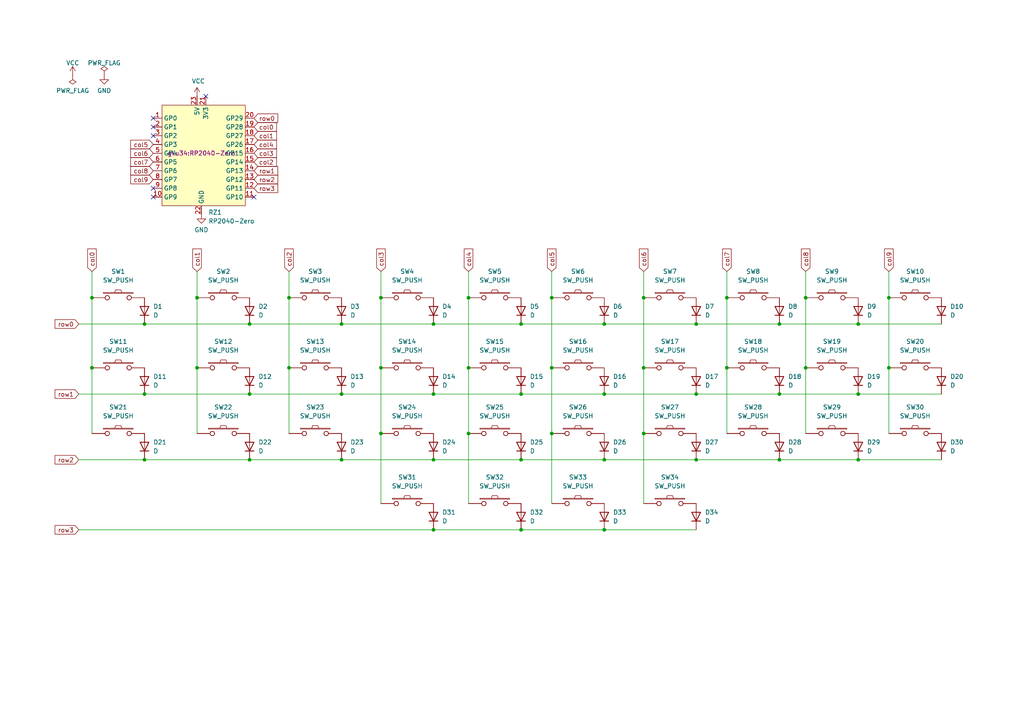
<source format=kicad_sch>
(kicad_sch (version 20211123) (generator eeschema)
  (paper "A4")
  (lib_symbols
    (symbol "Device:D" (pin_numbers hide) (pin_names (offset 1.016) hide)
      (property "Reference" "D" (at 0 2.54 0))
      (property "Value" "D" (at 0 -2.54 0))
      (symbol "D_0_1"
        (polyline (pts (xy -1.27 1.27) (xy -1.27 -1.27)) (stroke (width 0.254)))
        (polyline (pts (xy 1.27 0) (xy -1.27 0)))
        (polyline (pts (xy 1.27 1.27) (xy 1.27 -1.27) (xy -1.27 0) (xy 1.27 1.27)) (stroke (width 0.254)))
      )
      (symbol "D_1_1"
        (pin passive line (at -3.81 0 0) (length 2.54) (name "K") (number "1"))
        (pin passive line (at 3.81 0 180) (length 2.54) (name "A") (number "2"))
      )
    )
    (symbol "foostan_kbd:SW_PUSH" (pin_numbers hide) (pin_names (offset 1.016) hide)
      (property "Reference" "SW" (at 3.81 2.794 0))
      (property "Value" "SW_PUSH" (at 0 -2.032 0))
      (symbol "SW_PUSH_0_1"
        (rectangle (start -4.318 1.27) (end 4.318 1.524))
        (polyline (pts (xy -1.016 1.524) (xy -0.762 2.286) (xy 0.762 2.286) (xy 1.016 1.524)))
        (pin passive inverted (at -7.62 0 0) (length 5.08) (name "1") (number "1"))
        (pin passive inverted (at 7.62 0 180) (length 5.08) (name "2") (number "2"))
      )
    )
    (symbol "power:GND" (power) (pin_names (offset 0))
      (property "Value" "GND" (at 0 -3.81 0))
      (symbol "GND_0_1"
        (polyline (pts (xy 0 0) (xy 0 -1.27) (xy 1.27 -1.27) (xy 0 -2.54) (xy -1.27 -1.27) (xy 0 -1.27)))
      )
      (symbol "GND_1_1"
        (pin power_in line (at 0 0 270) (length 0) hide (name "GND") (number "1"))
      )
    )
    (symbol "power:PWR_FLAG" (power) (pin_numbers hide) (pin_names (offset 0) hide)
      (property "Value" "PWR_FLAG" (at 0 3.81 0))
      (symbol "PWR_FLAG_0_0"
        (pin power_out line (at 0 0 90) (length 0) (name "pwr") (number "1"))
      )
      (symbol "PWR_FLAG_0_1"
        (polyline (pts (xy 0 0) (xy 0 1.27) (xy -1.016 1.905) (xy 0 2.54) (xy 1.016 1.905) (xy 0 1.27)))
      )
    )
    (symbol "power:VCC" (power) (pin_names (offset 0))
      (property "Value" "VCC" (at 0 3.81 0))
      (symbol "VCC_0_1"
        (polyline (pts (xy -0.762 1.27) (xy 0 2.54)))
        (polyline (pts (xy 0 0) (xy 0 2.54)))
        (polyline (pts (xy 0 2.54) (xy 0.762 1.27)))
      )
      (symbol "VCC_1_1"
        (pin power_in line (at 0 0 90) (length 0) hide (name "VCC") (number "1"))
      )
    )
    (symbol "rp2040zero:RP2040-Zero"
      (property "Reference" "RZ" (at 0 0 0))
      (property "Value" "RP2040-Zero" (at 0 -2.54 0))
      (property "Footprint" "RP2040-Zero:RP2040-Zero" (at 0 0 0))
      (symbol "RP2040-Zero_0_1"
        (rectangle (start -11.43 -15.24) (end 12.7 13.97) (fill (type background)))
      )
      (symbol "RP2040-Zero_1_1"
        (pin bidirectional line (at -13.97 10.16 0) (length 2.54) (name "GP0") (number "1"))
        (pin bidirectional line (at -13.97 -12.7 0) (length 2.54) (name "GP9") (number "10"))
        (pin bidirectional line (at 15.24 -12.7 180) (length 2.54) (name "GP10") (number "11"))
        (pin bidirectional line (at 15.24 -10.16 180) (length 2.54) (name "GP11") (number "12"))
        (pin bidirectional line (at 15.24 -7.62 180) (length 2.54) (name "GP12") (number "13"))
        (pin bidirectional line (at 15.24 -5.08 180) (length 2.54) (name "GP13") (number "14"))
        (pin bidirectional line (at 15.24 -2.54 180) (length 2.54) (name "GP14") (number "15"))
        (pin bidirectional line (at 15.24 0 180) (length 2.54) (name "GP15") (number "16"))
        (pin bidirectional line (at 15.24 2.54 180) (length 2.54) (name "GP26") (number "17"))
        (pin bidirectional line (at 15.24 5.08 180) (length 2.54) (name "GP27") (number "18"))
        (pin bidirectional line (at 15.24 7.62 180) (length 2.54) (name "GP28") (number "19"))
        (pin bidirectional line (at -13.97 7.62 0) (length 2.54) (name "GP1") (number "2"))
        (pin bidirectional line (at 15.24 10.16 180) (length 2.54) (name "GP29") (number "20"))
        (pin power_in line (at 1.27 16.51 270) (length 2.54) (name "3V3") (number "21"))
        (pin power_in line (at 0 -17.78 90) (length 2.54) (name "GND") (number "22"))
        (pin power_in line (at -1.27 16.51 270) (length 2.54) (name "5V") (number "23"))
        (pin bidirectional line (at -13.97 5.08 0) (length 2.54) (name "GP2") (number "3"))
        (pin bidirectional line (at -13.97 2.54 0) (length 2.54) (name "GP3") (number "4"))
        (pin bidirectional line (at -13.97 0 0) (length 2.54) (name "GP4") (number "5"))
        (pin bidirectional line (at -13.97 -2.54 0) (length 2.54) (name "GP5") (number "6"))
        (pin bidirectional line (at -13.97 -5.08 0) (length 2.54) (name "GP6") (number "7"))
        (pin bidirectional line (at -13.97 -7.62 0) (length 2.54) (name "GP7") (number "8"))
        (pin bidirectional line (at -13.97 -10.16 0) (length 2.54) (name "GP8") (number "9"))
      )
    )
  )
  (junction (at 201.93 93.98))
  (junction (at 99.06 133.35))
  (junction (at 41.91 133.35))
  (junction (at 175.26 93.98))
  (junction (at 201.93 114.3))
  (junction (at 186.69 86.36))
  (junction (at 226.06 93.98))
  (junction (at 72.39 133.35))
  (junction (at 135.89 86.36))
  (junction (at 99.06 93.98))
  (junction (at 26.67 86.36))
  (junction (at 210.82 86.36))
  (junction (at 160.02 106.68))
  (junction (at 151.13 153.67))
  (junction (at 257.81 86.36))
  (junction (at 175.26 153.67))
  (junction (at 186.69 125.73))
  (junction (at 226.06 133.35))
  (junction (at 160.02 86.36))
  (junction (at 41.91 114.3))
  (junction (at 72.39 114.3))
  (junction (at 57.15 86.36))
  (junction (at 83.82 106.68))
  (junction (at 175.26 133.35))
  (junction (at 210.82 106.68))
  (junction (at 151.13 93.98))
  (junction (at 125.73 114.3))
  (junction (at 99.06 114.3))
  (junction (at 41.91 93.98))
  (junction (at 57.15 106.68))
  (junction (at 125.73 133.35))
  (junction (at 83.82 86.36))
  (junction (at 175.26 114.3))
  (junction (at 233.68 86.36))
  (junction (at 186.69 106.68))
  (junction (at 201.93 133.35))
  (junction (at 151.13 133.35))
  (junction (at 151.13 114.3))
  (junction (at 125.73 153.67))
  (junction (at 248.92 93.98))
  (junction (at 110.49 86.36))
  (junction (at 72.39 93.98))
  (junction (at 257.81 106.68))
  (junction (at 125.73 93.98))
  (junction (at 160.02 125.73))
  (junction (at 135.89 125.73))
  (junction (at 26.67 106.68))
  (junction (at 248.92 133.35))
  (junction (at 226.06 114.3))
  (junction (at 135.89 106.68))
  (junction (at 233.68 106.68))
  (junction (at 110.49 125.73))
  (junction (at 248.92 114.3))
  (junction (at 110.49 106.68))
  (no_connect (at 44.45 39.37))
  (no_connect (at 44.45 36.83))
  (no_connect (at 44.45 34.29))
  (no_connect (at 44.45 54.61))
  (no_connect (at 59.69 27.94))
  (no_connect (at 73.66 57.15))
  (no_connect (at 44.45 57.15))
  (wire (pts (xy 186.69 106.68) (xy 186.69 125.73)))
  (wire (pts (xy 57.15 106.68) (xy 57.15 125.73)))
  (wire (pts (xy 72.39 114.3) (xy 99.06 114.3)))
  (wire (pts (xy 226.06 133.35) (xy 248.92 133.35)))
  (wire (pts (xy 248.92 133.35) (xy 273.05 133.35)))
  (wire (pts (xy 125.73 133.35) (xy 151.13 133.35)))
  (wire (pts (xy 22.86 133.35) (xy 41.91 133.35)))
  (wire (pts (xy 26.67 86.36) (xy 26.67 106.68)))
  (wire (pts (xy 125.73 153.67) (xy 151.13 153.67)))
  (wire (pts (xy 22.86 93.98) (xy 41.91 93.98)))
  (wire (pts (xy 248.92 93.98) (xy 273.05 93.98)))
  (wire (pts (xy 175.26 133.35) (xy 201.93 133.35)))
  (wire (pts (xy 175.26 153.67) (xy 201.93 153.67)))
  (wire (pts (xy 226.06 114.3) (xy 248.92 114.3)))
  (wire (pts (xy 210.82 106.68) (xy 210.82 125.73)))
  (wire (pts (xy 99.06 114.3) (xy 125.73 114.3)))
  (wire (pts (xy 201.93 114.3) (xy 226.06 114.3)))
  (wire (pts (xy 26.67 78.74) (xy 26.67 86.36)))
  (wire (pts (xy 210.82 78.74) (xy 210.82 86.36)))
  (wire (pts (xy 72.39 133.35) (xy 99.06 133.35)))
  (wire (pts (xy 22.86 114.3) (xy 41.91 114.3)))
  (wire (pts (xy 201.93 133.35) (xy 226.06 133.35)))
  (wire (pts (xy 186.69 125.73) (xy 186.69 146.05)))
  (wire (pts (xy 151.13 114.3) (xy 175.26 114.3)))
  (wire (pts (xy 22.86 153.67) (xy 125.73 153.67)))
  (wire (pts (xy 175.26 114.3) (xy 201.93 114.3)))
  (wire (pts (xy 226.06 93.98) (xy 248.92 93.98)))
  (wire (pts (xy 110.49 86.36) (xy 110.49 106.68)))
  (wire (pts (xy 233.68 106.68) (xy 233.68 125.73)))
  (wire (pts (xy 151.13 153.67) (xy 175.26 153.67)))
  (wire (pts (xy 72.39 93.98) (xy 99.06 93.98)))
  (wire (pts (xy 160.02 78.74) (xy 160.02 86.36)))
  (wire (pts (xy 135.89 125.73) (xy 135.89 146.05)))
  (wire (pts (xy 135.89 86.36) (xy 135.89 106.68)))
  (wire (pts (xy 151.13 93.98) (xy 175.26 93.98)))
  (wire (pts (xy 57.15 86.36) (xy 57.15 106.68)))
  (wire (pts (xy 160.02 106.68) (xy 160.02 125.73)))
  (wire (pts (xy 110.49 78.74) (xy 110.49 86.36)))
  (wire (pts (xy 257.81 78.74) (xy 257.81 86.36)))
  (wire (pts (xy 110.49 106.68) (xy 110.49 125.73)))
  (wire (pts (xy 257.81 106.68) (xy 257.81 125.73)))
  (wire (pts (xy 233.68 86.36) (xy 233.68 106.68)))
  (wire (pts (xy 99.06 93.98) (xy 125.73 93.98)))
  (wire (pts (xy 41.91 133.35) (xy 72.39 133.35)))
  (wire (pts (xy 125.73 114.3) (xy 151.13 114.3)))
  (wire (pts (xy 186.69 78.74) (xy 186.69 86.36)))
  (wire (pts (xy 83.82 106.68) (xy 83.82 125.73)))
  (wire (pts (xy 257.81 86.36) (xy 257.81 106.68)))
  (wire (pts (xy 175.26 93.98) (xy 201.93 93.98)))
  (wire (pts (xy 41.91 93.98) (xy 72.39 93.98)))
  (wire (pts (xy 201.93 93.98) (xy 226.06 93.98)))
  (wire (pts (xy 233.68 78.74) (xy 233.68 86.36)))
  (wire (pts (xy 41.91 114.3) (xy 72.39 114.3)))
  (wire (pts (xy 160.02 125.73) (xy 160.02 146.05)))
  (wire (pts (xy 83.82 86.36) (xy 83.82 106.68)))
  (wire (pts (xy 186.69 86.36) (xy 186.69 106.68)))
  (wire (pts (xy 99.06 133.35) (xy 125.73 133.35)))
  (wire (pts (xy 135.89 78.74) (xy 135.89 86.36)))
  (wire (pts (xy 160.02 86.36) (xy 160.02 106.68)))
  (wire (pts (xy 110.49 125.73) (xy 110.49 146.05)))
  (wire (pts (xy 210.82 86.36) (xy 210.82 106.68)))
  (wire (pts (xy 83.82 78.74) (xy 83.82 86.36)))
  (wire (pts (xy 151.13 133.35) (xy 175.26 133.35)))
  (wire (pts (xy 57.15 78.74) (xy 57.15 86.36)))
  (wire (pts (xy 135.89 106.68) (xy 135.89 125.73)))
  (wire (pts (xy 26.67 106.68) (xy 26.67 125.73)))
  (wire (pts (xy 248.92 114.3) (xy 273.05 114.3)))
  (wire (pts (xy 125.73 93.98) (xy 151.13 93.98)))
  (global_label "col1" (shape input) (at 57.15 78.74 90) (property "シート間のリファレンス" "${INTERSHEET_REFS}" (effects hide)))
  (global_label "col5" (shape input) (at 44.45 41.91 180) (property "シート間のリファレンス" "${INTERSHEET_REFS}" (effects hide)))
  (global_label "col6" (shape input) (at 186.69 78.74 90) (property "シート間のリファレンス" "${INTERSHEET_REFS}" (effects hide)))
  (global_label "col3" (shape input) (at 73.66 44.45 0) (property "シート間のリファレンス" "${INTERSHEET_REFS}" (effects hide)))
  (global_label "row3" (shape input) (at 73.66 54.61 0) (property "シート間のリファレンス" "${INTERSHEET_REFS}" (effects hide)))
  (global_label "row3" (shape input) (at 22.86 153.67 180) (property "シート間のリファレンス" "${INTERSHEET_REFS}" (effects hide)))
  (global_label "row2" (shape input) (at 73.66 52.07 0) (property "シート間のリファレンス" "${INTERSHEET_REFS}" (effects hide)))
  (global_label "col2" (shape input) (at 83.82 78.74 90) (property "シート間のリファレンス" "${INTERSHEET_REFS}" (effects hide)))
  (global_label "col0" (shape input) (at 26.67 78.74 90) (property "シート間のリファレンス" "${INTERSHEET_REFS}" (effects hide)))
  (global_label "col9" (shape input) (at 257.81 78.74 90) (property "シート間のリファレンス" "${INTERSHEET_REFS}" (effects hide)))
  (global_label "col2" (shape input) (at 73.66 46.99 0) (property "シート間のリファレンス" "${INTERSHEET_REFS}" (effects hide)))
  (global_label "col7" (shape input) (at 210.82 78.74 90) (property "シート間のリファレンス" "${INTERSHEET_REFS}" (effects hide)))
  (global_label "row0" (shape input) (at 73.66 34.29 0) (property "シート間のリファレンス" "${INTERSHEET_REFS}" (effects hide)))
  (global_label "col8" (shape input) (at 233.68 78.74 90) (property "シート間のリファレンス" "${INTERSHEET_REFS}" (effects hide)))
  (global_label "col3" (shape input) (at 110.49 78.74 90) (property "シート間のリファレンス" "${INTERSHEET_REFS}" (effects hide)))
  (global_label "col4" (shape input) (at 73.66 41.91 0) (property "シート間のリファレンス" "${INTERSHEET_REFS}" (effects hide)))
  (global_label "col6" (shape input) (at 44.45 44.45 180) (property "シート間のリファレンス" "${INTERSHEET_REFS}" (effects hide)))
  (global_label "col5" (shape input) (at 160.02 78.74 90) (property "シート間のリファレンス" "${INTERSHEET_REFS}" (effects hide)))
  (global_label "col8" (shape input) (at 44.45 49.53 180) (property "シート間のリファレンス" "${INTERSHEET_REFS}" (effects hide)))
  (global_label "row2" (shape input) (at 22.86 133.35 180) (property "シート間のリファレンス" "${INTERSHEET_REFS}" (effects hide)))
  (global_label "row1" (shape input) (at 73.66 49.53 0) (property "シート間のリファレンス" "${INTERSHEET_REFS}" (effects hide)))
  (global_label "col4" (shape input) (at 135.89 78.74 90) (property "シート間のリファレンス" "${INTERSHEET_REFS}" (effects hide)))
  (global_label "col9" (shape input) (at 44.45 52.07 180) (property "シート間のリファレンス" "${INTERSHEET_REFS}" (effects hide)))
  (global_label "col7" (shape input) (at 44.45 46.99 180) (property "シート間のリファレンス" "${INTERSHEET_REFS}" (effects hide)))
  (global_label "row0" (shape input) (at 22.86 93.98 180) (property "シート間のリファレンス" "${INTERSHEET_REFS}" (effects hide)))
  (global_label "col1" (shape input) (at 73.66 39.37 0) (property "シート間のリファレンス" "${INTERSHEET_REFS}" (effects hide)))
  (global_label "row1" (shape input) (at 22.86 114.3 180) (property "シート間のリファレンス" "${INTERSHEET_REFS}" (effects hide)))
  (global_label "col0" (shape input) (at 73.66 36.83 0) (property "シート間のリファレンス" "${INTERSHEET_REFS}" (effects hide)))
  (symbol (lib_id "foostan_kbd:SW_PUSH") (at 241.3 106.68 0) (unit 1)
    (property "Reference" "SW19" (at 241.3 99.06 0))
    (property "Value" "SW_PUSH" (at 241.3 101.6 0))
    (property "Footprint" "gku34:SW_Choc" (effects hide))
  )
  (symbol (lib_id "foostan_kbd:SW_PUSH") (at 34.29 125.73 0) (unit 1)
    (property "Reference" "SW21" (at 34.29 118.11 0))
    (property "Value" "SW_PUSH" (at 34.29 120.65 0))
    (property "Footprint" "gku34:SW_Choc" (effects hide))
  )
  (symbol (lib_id "foostan_kbd:SW_PUSH") (at 194.31 125.73 0) (unit 1)
    (property "Reference" "SW27" (at 194.31 118.11 0))
    (property "Value" "SW_PUSH" (at 194.31 120.65 0))
    (property "Footprint" "gku34:SW_Choc" (effects hide))
  )
  (symbol (lib_id "foostan_kbd:SW_PUSH") (at 194.31 86.36 0) (unit 1)
    (property "Reference" "SW7" (at 194.31 78.74 0))
    (property "Value" "SW_PUSH" (at 194.31 81.28 0))
    (property "Footprint" "gku34:SW_Choc" (effects hide))
  )
  (symbol (lib_id "foostan_kbd:SW_PUSH") (at 64.77 86.36 0) (unit 1)
    (property "Reference" "SW2" (at 64.77 78.74 0))
    (property "Value" "SW_PUSH" (at 64.77 81.28 0))
    (property "Footprint" "gku34:SW_Choc" (effects hide))
  )
  (symbol (lib_id "foostan_kbd:SW_PUSH") (at 143.51 146.05 0) (unit 1)
    (property "Reference" "SW32" (at 143.51 138.43 0))
    (property "Value" "SW_PUSH" (at 143.51 140.97 0))
    (property "Footprint" "gku34:SW_Choc" (effects hide))
  )
  (symbol (lib_id "foostan_kbd:SW_PUSH") (at 167.64 106.68 0) (unit 1)
    (property "Reference" "SW16" (at 167.64 99.06 0))
    (property "Value" "SW_PUSH" (at 167.64 101.6 0))
    (property "Footprint" "gku34:SW_Choc" (effects hide))
  )
  (symbol (lib_id "Device:D") (at 226.06 129.54 90) (unit 1)
    (property "Reference" "D28" (at 228.6 128.2699 90) (effects (justify right)))
    (property "Value" "D" (at 228.6 130.8099 90) (effects (justify right)))
    (property "Footprint" "gku34:Diode_SMD" (effects hide))
  )
  (symbol (lib_id "power:VCC") (at 21.082 21.844 0) (unit 1)
    (property "Reference" "#PWR0103" (effects hide))
    (property "Value" "VCC" (at 21.082 18.2682 0))
  )
  (symbol (lib_id "Device:D") (at 125.73 149.86 90) (unit 1)
    (property "Reference" "D31" (at 128.27 148.5899 90) (effects (justify right)))
    (property "Value" "D" (at 128.27 151.1299 90) (effects (justify right)))
    (property "Footprint" "gku34:Diode_SMD" (effects hide))
  )
  (symbol (lib_id "Device:D") (at 41.91 129.54 90) (unit 1)
    (property "Reference" "D21" (at 44.45 128.2699 90) (effects (justify right)))
    (property "Value" "D" (at 44.45 130.8099 90) (effects (justify right)))
    (property "Footprint" "gku34:Diode_SMD" (effects hide))
  )
  (symbol (lib_id "foostan_kbd:SW_PUSH") (at 91.44 125.73 0) (unit 1)
    (property "Reference" "SW23" (at 91.44 118.11 0))
    (property "Value" "SW_PUSH" (at 91.44 120.65 0))
    (property "Footprint" "gku34:SW_Choc" (effects hide))
  )
  (symbol (lib_id "foostan_kbd:SW_PUSH") (at 64.77 125.73 0) (unit 1)
    (property "Reference" "SW22" (at 64.77 118.11 0))
    (property "Value" "SW_PUSH" (at 64.77 120.65 0))
    (property "Footprint" "gku34:SW_Choc" (effects hide))
  )
  (symbol (lib_id "Device:D") (at 151.13 129.54 90) (unit 1)
    (property "Reference" "D25" (at 153.67 128.2699 90) (effects (justify right)))
    (property "Value" "D" (at 153.67 130.8099 90) (effects (justify right)))
    (property "Footprint" "gku34:Diode_SMD" (effects hide))
  )
  (symbol (lib_id "foostan_kbd:SW_PUSH") (at 241.3 86.36 0) (unit 1)
    (property "Reference" "SW9" (at 241.3 78.74 0))
    (property "Value" "SW_PUSH" (at 241.3 81.28 0))
    (property "Footprint" "gku34:SW_Choc" (effects hide))
  )
  (symbol (lib_id "foostan_kbd:SW_PUSH") (at 241.3 125.73 0) (unit 1)
    (property "Reference" "SW29" (at 241.3 118.11 0))
    (property "Value" "SW_PUSH" (at 241.3 120.65 0))
    (property "Footprint" "gku34:SW_Choc" (effects hide))
  )
  (symbol (lib_id "foostan_kbd:SW_PUSH") (at 265.43 125.73 0) (unit 1)
    (property "Reference" "SW30" (at 265.43 118.11 0))
    (property "Value" "SW_PUSH" (at 265.43 120.65 0))
    (property "Footprint" "gku34:SW_Choc" (effects hide))
  )
  (symbol (lib_id "power:GND") (at 58.42 62.23 0) (unit 1)
    (property "Reference" "#PWR0102" (effects hide))
    (property "Value" "GND" (at 58.42 66.6734 0))
  )
  (symbol (lib_id "Device:D") (at 99.06 90.17 90) (unit 1)
    (property "Reference" "D3" (at 101.6 88.8999 90) (effects (justify right)))
    (property "Value" "D" (at 101.6 91.4399 90) (effects (justify right)))
    (property "Footprint" "gku34:Diode_SMD" (effects hide))
  )
  (symbol (lib_id "foostan_kbd:SW_PUSH") (at 118.11 125.73 0) (unit 1)
    (property "Reference" "SW24" (at 118.11 118.11 0))
    (property "Value" "SW_PUSH" (at 118.11 120.65 0))
    (property "Footprint" "gku34:SW_Choc" (effects hide))
  )
  (symbol (lib_id "foostan_kbd:SW_PUSH") (at 265.43 86.36 0) (unit 1)
    (property "Reference" "SW10" (at 265.43 78.74 0))
    (property "Value" "SW_PUSH" (at 265.43 81.28 0))
    (property "Footprint" "gku34:SW_Choc" (effects hide))
  )
  (symbol (lib_id "Device:D") (at 226.06 110.49 90) (unit 1)
    (property "Reference" "D18" (at 228.6 109.2199 90) (effects (justify right)))
    (property "Value" "D" (at 228.6 111.7599 90) (effects (justify right)))
    (property "Footprint" "gku34:Diode_SMD" (effects hide))
  )
  (symbol (lib_id "rp2040zero:RP2040-Zero") (at 58.42 44.45 0) (unit 1)
    (property "Reference" "RZ1" (at 60.4394 61.595 0) (effects (justify left)))
    (property "Value" "RP2040-Zero" (at 60.4394 64.135 0) (effects (justify left)))
    (property "Footprint" "gku34:RP2040-Zero" (at 58.42 44.45 0))
  )
  (symbol (lib_id "power:VCC") (at 57.15 27.94 0) (unit 1)
    (property "Reference" "#PWR03" (effects hide))
    (property "Value" "VCC" (at 57.531 23.5458 0))
  )
  (symbol (lib_id "foostan_kbd:SW_PUSH") (at 118.11 146.05 0) (unit 1)
    (property "Reference" "SW31" (at 118.11 138.43 0))
    (property "Value" "SW_PUSH" (at 118.11 140.97 0))
    (property "Footprint" "gku34:SW_Choc" (effects hide))
  )
  (symbol (lib_id "foostan_kbd:SW_PUSH") (at 91.44 86.36 0) (unit 1)
    (property "Reference" "SW3" (at 91.44 78.74 0))
    (property "Value" "SW_PUSH" (at 91.44 81.28 0))
    (property "Footprint" "gku34:SW_Choc" (effects hide))
  )
  (symbol (lib_id "power:PWR_FLAG") (at 21.082 21.844 180) (unit 1)
    (property "Reference" "#FLG0101" (effects hide))
    (property "Value" "PWR_FLAG" (at 21.082 26.2874 0))
  )
  (symbol (lib_id "foostan_kbd:SW_PUSH") (at 34.29 86.36 0) (unit 1)
    (property "Reference" "SW1" (at 34.29 78.74 0))
    (property "Value" "SW_PUSH" (at 34.29 81.28 0))
    (property "Footprint" "gku34:SW_Choc" (effects hide))
  )
  (symbol (lib_id "Device:D") (at 248.92 129.54 90) (unit 1)
    (property "Reference" "D29" (at 251.46 128.2699 90) (effects (justify right)))
    (property "Value" "D" (at 251.46 130.8099 90) (effects (justify right)))
    (property "Footprint" "gku34:Diode_SMD" (effects hide))
  )
  (symbol (lib_id "Device:D") (at 99.06 110.49 90) (unit 1)
    (property "Reference" "D13" (at 101.6 109.2199 90) (effects (justify right)))
    (property "Value" "D" (at 101.6 111.7599 90) (effects (justify right)))
    (property "Footprint" "gku34:Diode_SMD" (effects hide))
  )
  (symbol (lib_id "Device:D") (at 201.93 90.17 90) (unit 1)
    (property "Reference" "D7" (at 204.47 88.8999 90) (effects (justify right)))
    (property "Value" "D" (at 204.47 91.4399 90) (effects (justify right)))
    (property "Footprint" "gku34:Diode_SMD" (effects hide))
  )
  (symbol (lib_id "Device:D") (at 273.05 90.17 90) (unit 1)
    (property "Reference" "D10" (at 275.59 88.8999 90) (effects (justify right)))
    (property "Value" "D" (at 275.59 91.4399 90) (effects (justify right)))
    (property "Footprint" "gku34:Diode_SMD" (effects hide))
  )
  (symbol (lib_id "Device:D") (at 248.92 110.49 90) (unit 1)
    (property "Reference" "D19" (at 251.46 109.2199 90) (effects (justify right)))
    (property "Value" "D" (at 251.46 111.7599 90) (effects (justify right)))
    (property "Footprint" "gku34:Diode_SMD" (effects hide))
  )
  (symbol (lib_id "foostan_kbd:SW_PUSH") (at 167.64 146.05 0) (unit 1)
    (property "Reference" "SW33" (at 167.64 138.43 0))
    (property "Value" "SW_PUSH" (at 167.64 140.97 0))
    (property "Footprint" "gku34:SW_Choc" (effects hide))
  )
  (symbol (lib_id "Device:D") (at 151.13 110.49 90) (unit 1)
    (property "Reference" "D15" (at 153.67 109.2199 90) (effects (justify right)))
    (property "Value" "D" (at 153.67 111.7599 90) (effects (justify right)))
    (property "Footprint" "gku34:Diode_SMD" (effects hide))
  )
  (symbol (lib_id "Device:D") (at 175.26 110.49 90) (unit 1)
    (property "Reference" "D16" (at 177.8 109.2199 90) (effects (justify right)))
    (property "Value" "D" (at 177.8 111.7599 90) (effects (justify right)))
    (property "Footprint" "gku34:Diode_SMD" (effects hide))
  )
  (symbol (lib_id "Device:D") (at 151.13 90.17 90) (unit 1)
    (property "Reference" "D5" (at 153.67 88.8999 90) (effects (justify right)))
    (property "Value" "D" (at 153.67 91.4399 90) (effects (justify right)))
    (property "Footprint" "gku34:Diode_SMD" (effects hide))
  )
  (symbol (lib_id "power:GND") (at 30.226 21.844 0) (unit 1)
    (property "Reference" "#PWR0101" (effects hide))
    (property "Value" "GND" (at 30.226 26.2874 0))
  )
  (symbol (lib_id "Device:D") (at 226.06 90.17 90) (unit 1)
    (property "Reference" "D8" (at 228.6 88.8999 90) (effects (justify right)))
    (property "Value" "D" (at 228.6 91.4399 90) (effects (justify right)))
    (property "Footprint" "gku34:Diode_SMD" (effects hide))
  )
  (symbol (lib_id "Device:D") (at 201.93 110.49 90) (unit 1)
    (property "Reference" "D17" (at 204.47 109.2199 90) (effects (justify right)))
    (property "Value" "D" (at 204.47 111.7599 90) (effects (justify right)))
    (property "Footprint" "gku34:Diode_SMD" (effects hide))
  )
  (symbol (lib_id "foostan_kbd:SW_PUSH") (at 194.31 106.68 0) (unit 1)
    (property "Reference" "SW17" (at 194.31 99.06 0))
    (property "Value" "SW_PUSH" (at 194.31 101.6 0))
    (property "Footprint" "gku34:SW_Choc" (effects hide))
  )
  (symbol (lib_id "Device:D") (at 125.73 90.17 90) (unit 1)
    (property "Reference" "D4" (at 128.27 88.8999 90) (effects (justify right)))
    (property "Value" "D" (at 128.27 91.4399 90) (effects (justify right)))
    (property "Footprint" "gku34:Diode_SMD" (effects hide))
  )
  (symbol (lib_id "Device:D") (at 72.39 110.49 90) (unit 1)
    (property "Reference" "D12" (at 74.93 109.2199 90) (effects (justify right)))
    (property "Value" "D" (at 74.93 111.7599 90) (effects (justify right)))
    (property "Footprint" "gku34:Diode_SMD" (effects hide))
  )
  (symbol (lib_id "foostan_kbd:SW_PUSH") (at 265.43 106.68 0) (unit 1)
    (property "Reference" "SW20" (at 265.43 99.06 0))
    (property "Value" "SW_PUSH" (at 265.43 101.6 0))
    (property "Footprint" "gku34:SW_Choc" (effects hide))
  )
  (symbol (lib_id "Device:D") (at 201.93 149.86 90) (unit 1)
    (property "Reference" "D34" (at 204.47 148.5899 90) (effects (justify right)))
    (property "Value" "D" (at 204.47 151.1299 90) (effects (justify right)))
    (property "Footprint" "gku34:Diode_SMD" (effects hide))
  )
  (symbol (lib_id "Device:D") (at 41.91 110.49 90) (unit 1)
    (property "Reference" "D11" (at 44.45 109.2199 90) (effects (justify right)))
    (property "Value" "D" (at 44.45 111.7599 90) (effects (justify right)))
    (property "Footprint" "gku34:Diode_SMD" (effects hide))
  )
  (symbol (lib_id "foostan_kbd:SW_PUSH") (at 194.31 146.05 0) (unit 1)
    (property "Reference" "SW34" (at 194.31 138.43 0))
    (property "Value" "SW_PUSH" (at 194.31 140.97 0))
    (property "Footprint" "gku34:SW_Choc" (effects hide))
  )
  (symbol (lib_id "foostan_kbd:SW_PUSH") (at 64.77 106.68 0) (unit 1)
    (property "Reference" "SW12" (at 64.77 99.06 0))
    (property "Value" "SW_PUSH" (at 64.77 101.6 0))
    (property "Footprint" "gku34:SW_Choc" (effects hide))
  )
  (symbol (lib_id "power:PWR_FLAG") (at 30.226 21.844 0) (unit 1)
    (property "Reference" "#FLG0102" (effects hide))
    (property "Value" "PWR_FLAG" (at 30.226 18.2682 0))
  )
  (symbol (lib_id "Device:D") (at 41.91 90.17 90) (unit 1)
    (property "Reference" "D1" (at 44.45 88.8999 90) (effects (justify right)))
    (property "Value" "D" (at 44.45 91.4399 90) (effects (justify right)))
    (property "Footprint" "gku34:Diode_SMD" (effects hide))
  )
  (symbol (lib_id "Device:D") (at 273.05 129.54 90) (unit 1)
    (property "Reference" "D30" (at 275.59 128.2699 90) (effects (justify right)))
    (property "Value" "D" (at 275.59 130.8099 90) (effects (justify right)))
    (property "Footprint" "gku34:Diode_SMD" (effects hide))
  )
  (symbol (lib_id "Device:D") (at 72.39 90.17 90) (unit 1)
    (property "Reference" "D2" (at 74.93 88.8999 90) (effects (justify right)))
    (property "Value" "D" (at 74.93 91.4399 90) (effects (justify right)))
    (property "Footprint" "gku34:Diode_SMD" (effects hide))
  )
  (symbol (lib_id "foostan_kbd:SW_PUSH") (at 218.44 86.36 0) (unit 1)
    (property "Reference" "SW8" (at 218.44 78.74 0))
    (property "Value" "SW_PUSH" (at 218.44 81.28 0))
    (property "Footprint" "gku34:SW_Choc" (effects hide))
  )
  (symbol (lib_id "foostan_kbd:SW_PUSH") (at 143.51 86.36 0) (unit 1)
    (property "Reference" "SW5" (at 143.51 78.74 0))
    (property "Value" "SW_PUSH" (at 143.51 81.28 0))
    (property "Footprint" "gku34:SW_Choc" (effects hide))
  )
  (symbol (lib_id "foostan_kbd:SW_PUSH") (at 167.64 86.36 0) (unit 1)
    (property "Reference" "SW6" (at 167.64 78.74 0))
    (property "Value" "SW_PUSH" (at 167.64 81.28 0))
    (property "Footprint" "gku34:SW_Choc" (effects hide))
  )
  (symbol (lib_id "Device:D") (at 248.92 90.17 90) (unit 1)
    (property "Reference" "D9" (at 251.46 88.8999 90) (effects (justify right)))
    (property "Value" "D" (at 251.46 91.4399 90) (effects (justify right)))
    (property "Footprint" "gku34:Diode_SMD" (effects hide))
  )
  (symbol (lib_id "foostan_kbd:SW_PUSH") (at 218.44 106.68 0) (unit 1)
    (property "Reference" "SW18" (at 218.44 99.06 0))
    (property "Value" "SW_PUSH" (at 218.44 101.6 0))
    (property "Footprint" "gku34:SW_Choc" (effects hide))
  )
  (symbol (lib_id "foostan_kbd:SW_PUSH") (at 218.44 125.73 0) (unit 1)
    (property "Reference" "SW28" (at 218.44 118.11 0))
    (property "Value" "SW_PUSH" (at 218.44 120.65 0))
    (property "Footprint" "gku34:SW_Choc" (effects hide))
  )
  (symbol (lib_id "Device:D") (at 175.26 90.17 90) (unit 1)
    (property "Reference" "D6" (at 177.8 88.8999 90) (effects (justify right)))
    (property "Value" "D" (at 177.8 91.4399 90) (effects (justify right)))
    (property "Footprint" "gku34:Diode_SMD" (effects hide))
  )
  (symbol (lib_id "Device:D") (at 125.73 110.49 90) (unit 1)
    (property "Reference" "D14" (at 128.27 109.2199 90) (effects (justify right)))
    (property "Value" "D" (at 128.27 111.7599 90) (effects (justify right)))
    (property "Footprint" "gku34:Diode_SMD" (effects hide))
  )
  (symbol (lib_id "Device:D") (at 99.06 129.54 90) (unit 1)
    (property "Reference" "D23" (at 101.6 128.2699 90) (effects (justify right)))
    (property "Value" "D" (at 101.6 130.8099 90) (effects (justify right)))
    (property "Footprint" "gku34:Diode_SMD" (effects hide))
  )
  (symbol (lib_id "Device:D") (at 201.93 129.54 90) (unit 1)
    (property "Reference" "D27" (at 204.47 128.2699 90) (effects (justify right)))
    (property "Value" "D" (at 204.47 130.8099 90) (effects (justify right)))
    (property "Footprint" "gku34:Diode_SMD" (effects hide))
  )
  (symbol (lib_id "Device:D") (at 151.13 149.86 90) (unit 1)
    (property "Reference" "D32" (at 153.67 148.5899 90) (effects (justify right)))
    (property "Value" "D" (at 153.67 151.1299 90) (effects (justify right)))
    (property "Footprint" "gku34:Diode_SMD" (effects hide))
  )
  (symbol (lib_id "foostan_kbd:SW_PUSH") (at 143.51 125.73 0) (unit 1)
    (property "Reference" "SW25" (at 143.51 118.11 0))
    (property "Value" "SW_PUSH" (at 143.51 120.65 0))
    (property "Footprint" "gku34:SW_Choc" (effects hide))
  )
  (symbol (lib_id "Device:D") (at 175.26 149.86 90) (unit 1)
    (property "Reference" "D33" (at 177.8 148.5899 90) (effects (justify right)))
    (property "Value" "D" (at 177.8 151.1299 90) (effects (justify right)))
    (property "Footprint" "gku34:Diode_SMD" (effects hide))
  )
  (symbol (lib_id "foostan_kbd:SW_PUSH") (at 167.64 125.73 0) (unit 1)
    (property "Reference" "SW26" (at 167.64 118.11 0))
    (property "Value" "SW_PUSH" (at 167.64 120.65 0))
    (property "Footprint" "gku34:SW_Choc" (effects hide))
  )
  (symbol (lib_id "Device:D") (at 72.39 129.54 90) (unit 1)
    (property "Reference" "D22" (at 74.93 128.2699 90) (effects (justify right)))
    (property "Value" "D" (at 74.93 130.8099 90) (effects (justify right)))
    (property "Footprint" "gku34:Diode_SMD" (effects hide))
  )
  (symbol (lib_id "foostan_kbd:SW_PUSH") (at 34.29 106.68 0) (unit 1)
    (property "Reference" "SW11" (at 34.29 99.06 0))
    (property "Value" "SW_PUSH" (at 34.29 101.6 0))
    (property "Footprint" "gku34:SW_Choc" (effects hide))
  )
  (symbol (lib_id "foostan_kbd:SW_PUSH") (at 118.11 106.68 0) (unit 1)
    (property "Reference" "SW14" (at 118.11 99.06 0))
    (property "Value" "SW_PUSH" (at 118.11 101.6 0))
    (property "Footprint" "gku34:SW_Choc" (effects hide))
  )
  (symbol (lib_id "foostan_kbd:SW_PUSH") (at 91.44 106.68 0) (unit 1)
    (property "Reference" "SW13" (at 91.44 99.06 0))
    (property "Value" "SW_PUSH" (at 91.44 101.6 0))
    (property "Footprint" "gku34:SW_Choc" (effects hide))
  )
  (symbol (lib_id "foostan_kbd:SW_PUSH") (at 143.51 106.68 0) (unit 1)
    (property "Reference" "SW15" (at 143.51 99.06 0))
    (property "Value" "SW_PUSH" (at 143.51 101.6 0))
    (property "Footprint" "gku34:SW_Choc" (effects hide))
  )
  (symbol (lib_id "Device:D") (at 125.73 129.54 90) (unit 1)
    (property "Reference" "D24" (at 128.27 128.2699 90) (effects (justify right)))
    (property "Value" "D" (at 128.27 130.8099 90) (effects (justify right)))
    (property "Footprint" "gku34:Diode_SMD" (effects hide))
  )
  (symbol (lib_id "foostan_kbd:SW_PUSH") (at 118.11 86.36 0) (unit 1)
    (property "Reference" "SW4" (at 118.11 78.74 0))
    (property "Value" "SW_PUSH" (at 118.11 81.28 0))
    (property "Footprint" "gku34:SW_Choc" (effects hide))
  )
  (symbol (lib_id "Device:D") (at 175.26 129.54 90) (unit 1)
    (property "Reference" "D26" (at 177.8 128.2699 90) (effects (justify right)))
    (property "Value" "D" (at 177.8 130.8099 90) (effects (justify right)))
    (property "Footprint" "gku34:Diode_SMD" (effects hide))
  )
  (symbol (lib_id "Device:D") (at 273.05 110.49 90) (unit 1)
    (property "Reference" "D20" (at 275.59 109.2199 90) (effects (justify right)))
    (property "Value" "D" (at 275.59 111.7599 90) (effects (justify right)))
    (property "Footprint" "gku34:Diode_SMD" (effects hide))
  )
)
</source>
